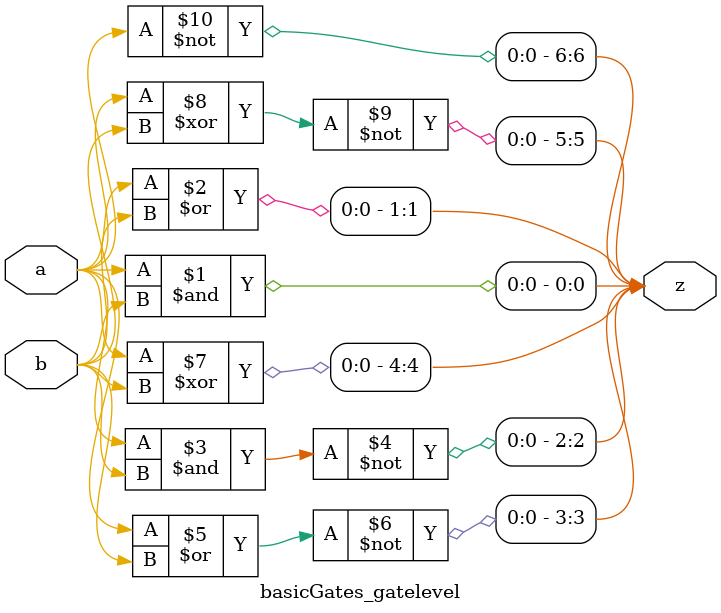
<source format=v>



`timescale 1ns / 1ps

module basicGates_gatelevel(a,b,z);
input a,b;
output [6:0]z;

  and g1(z[0],a,b); //and Logic
  or g2(z[1],a,b); //or Logic
  nand g3(z[2],a,b); //nand Logic
  nor g4(z[3],a,b); //nor Logic
  xor g5(z[4],a,b); //xor Logic
  xnor g6(z[5],a,b); //xnor Logic
  not g7(z[6],a); //not Logic

endmodule

</source>
